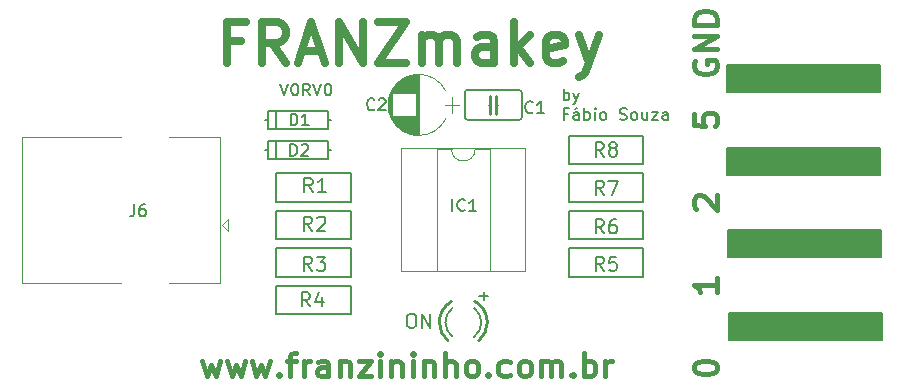
<source format=gto>
G04 #@! TF.GenerationSoftware,KiCad,Pcbnew,(5.0.0)*
G04 #@! TF.CreationDate,2018-09-25T23:14:14-03:00*
G04 #@! TF.ProjectId,FranzMakeyDIY,4672616E7A4D616B65794449592E6B69,rev?*
G04 #@! TF.SameCoordinates,Original*
G04 #@! TF.FileFunction,Legend,Top*
G04 #@! TF.FilePolarity,Positive*
%FSLAX46Y46*%
G04 Gerber Fmt 4.6, Leading zero omitted, Abs format (unit mm)*
G04 Created by KiCad (PCBNEW (5.0.0)) date 09/25/18 23:14:14*
%MOMM*%
%LPD*%
G01*
G04 APERTURE LIST*
%ADD10C,0.150000*%
%ADD11C,0.700000*%
%ADD12C,0.152400*%
%ADD13C,0.400000*%
%ADD14C,0.120000*%
%ADD15C,0.203200*%
%ADD16C,0.254000*%
%ADD17C,0.127000*%
G04 APERTURE END LIST*
D10*
G36*
X174726600Y-93167200D02*
X187680600Y-93167200D01*
X187680600Y-95453200D01*
X174726600Y-95453200D01*
X174726600Y-93167200D01*
G37*
X174726600Y-93167200D02*
X187680600Y-93167200D01*
X187680600Y-95453200D01*
X174726600Y-95453200D01*
X174726600Y-93167200D01*
G36*
X174752000Y-100152200D02*
X187706000Y-100152200D01*
X187706000Y-102438200D01*
X174752000Y-102438200D01*
X174752000Y-100152200D01*
G37*
X174752000Y-100152200D02*
X187706000Y-100152200D01*
X187706000Y-102438200D01*
X174752000Y-102438200D01*
X174752000Y-100152200D01*
G36*
X174802800Y-107137200D02*
X187756800Y-107137200D01*
X187756800Y-109423200D01*
X174802800Y-109423200D01*
X174802800Y-107137200D01*
G37*
X174802800Y-107137200D02*
X187756800Y-107137200D01*
X187756800Y-109423200D01*
X174802800Y-109423200D01*
X174802800Y-107137200D01*
G36*
X174879000Y-114122200D02*
X187833000Y-114122200D01*
X187833000Y-116408200D01*
X174879000Y-116408200D01*
X174879000Y-114122200D01*
G37*
X174879000Y-114122200D02*
X187833000Y-114122200D01*
X187833000Y-116408200D01*
X174879000Y-116408200D01*
X174879000Y-114122200D01*
D11*
X133538333Y-91139200D02*
X132371666Y-91139200D01*
X132371666Y-92972533D02*
X132371666Y-89472533D01*
X134038333Y-89472533D01*
X137371666Y-92972533D02*
X136205000Y-91305866D01*
X135371666Y-92972533D02*
X135371666Y-89472533D01*
X136705000Y-89472533D01*
X137038333Y-89639200D01*
X137205000Y-89805866D01*
X137371666Y-90139200D01*
X137371666Y-90639200D01*
X137205000Y-90972533D01*
X137038333Y-91139200D01*
X136705000Y-91305866D01*
X135371666Y-91305866D01*
X138705000Y-91972533D02*
X140371666Y-91972533D01*
X138371666Y-92972533D02*
X139538333Y-89472533D01*
X140705000Y-92972533D01*
X141871666Y-92972533D02*
X141871666Y-89472533D01*
X143871666Y-92972533D01*
X143871666Y-89472533D01*
X145205000Y-89472533D02*
X147538333Y-89472533D01*
X145205000Y-92972533D01*
X147538333Y-92972533D01*
X148871666Y-92972533D02*
X148871666Y-90639200D01*
X148871666Y-90972533D02*
X149038333Y-90805866D01*
X149371666Y-90639200D01*
X149871666Y-90639200D01*
X150205000Y-90805866D01*
X150371666Y-91139200D01*
X150371666Y-92972533D01*
X150371666Y-91139200D02*
X150538333Y-90805866D01*
X150871666Y-90639200D01*
X151371666Y-90639200D01*
X151705000Y-90805866D01*
X151871666Y-91139200D01*
X151871666Y-92972533D01*
X155038333Y-92972533D02*
X155038333Y-91139200D01*
X154871666Y-90805866D01*
X154538333Y-90639200D01*
X153871666Y-90639200D01*
X153538333Y-90805866D01*
X155038333Y-92805866D02*
X154705000Y-92972533D01*
X153871666Y-92972533D01*
X153538333Y-92805866D01*
X153371666Y-92472533D01*
X153371666Y-92139200D01*
X153538333Y-91805866D01*
X153871666Y-91639200D01*
X154705000Y-91639200D01*
X155038333Y-91472533D01*
X156705000Y-92972533D02*
X156705000Y-89472533D01*
X157038333Y-91639200D02*
X158038333Y-92972533D01*
X158038333Y-90639200D02*
X156705000Y-91972533D01*
X160871666Y-92805866D02*
X160538333Y-92972533D01*
X159871666Y-92972533D01*
X159538333Y-92805866D01*
X159371666Y-92472533D01*
X159371666Y-91139200D01*
X159538333Y-90805866D01*
X159871666Y-90639200D01*
X160538333Y-90639200D01*
X160871666Y-90805866D01*
X161038333Y-91139200D01*
X161038333Y-91472533D01*
X159371666Y-91805866D01*
X162205000Y-90639200D02*
X163038333Y-92972533D01*
X163871666Y-90639200D02*
X163038333Y-92972533D01*
X162705000Y-93805866D01*
X162538333Y-93972533D01*
X162205000Y-94139200D01*
D12*
X160890555Y-96139380D02*
X160890555Y-95139380D01*
X160890555Y-95520333D02*
X160985793Y-95472714D01*
X161176269Y-95472714D01*
X161271507Y-95520333D01*
X161319126Y-95567952D01*
X161366745Y-95663190D01*
X161366745Y-95948904D01*
X161319126Y-96044142D01*
X161271507Y-96091761D01*
X161176269Y-96139380D01*
X160985793Y-96139380D01*
X160890555Y-96091761D01*
X161700079Y-95472714D02*
X161938174Y-96139380D01*
X162176269Y-95472714D02*
X161938174Y-96139380D01*
X161842936Y-96377476D01*
X161795317Y-96425095D01*
X161700079Y-96472714D01*
X161223888Y-97267971D02*
X160890555Y-97267971D01*
X160890555Y-97791780D02*
X160890555Y-96791780D01*
X161366745Y-96791780D01*
X162176269Y-97791780D02*
X162176269Y-97267971D01*
X162128650Y-97172733D01*
X162033412Y-97125114D01*
X161842936Y-97125114D01*
X161747698Y-97172733D01*
X162176269Y-97744161D02*
X162081031Y-97791780D01*
X161842936Y-97791780D01*
X161747698Y-97744161D01*
X161700079Y-97648923D01*
X161700079Y-97553685D01*
X161747698Y-97458447D01*
X161842936Y-97410828D01*
X162081031Y-97410828D01*
X162176269Y-97363209D01*
X162033412Y-96744161D02*
X161890555Y-96887019D01*
X162652460Y-97791780D02*
X162652460Y-96791780D01*
X162652460Y-97172733D02*
X162747698Y-97125114D01*
X162938174Y-97125114D01*
X163033412Y-97172733D01*
X163081031Y-97220352D01*
X163128650Y-97315590D01*
X163128650Y-97601304D01*
X163081031Y-97696542D01*
X163033412Y-97744161D01*
X162938174Y-97791780D01*
X162747698Y-97791780D01*
X162652460Y-97744161D01*
X163557221Y-97791780D02*
X163557221Y-97125114D01*
X163557221Y-96791780D02*
X163509602Y-96839400D01*
X163557221Y-96887019D01*
X163604840Y-96839400D01*
X163557221Y-96791780D01*
X163557221Y-96887019D01*
X164176269Y-97791780D02*
X164081031Y-97744161D01*
X164033412Y-97696542D01*
X163985793Y-97601304D01*
X163985793Y-97315590D01*
X164033412Y-97220352D01*
X164081031Y-97172733D01*
X164176269Y-97125114D01*
X164319126Y-97125114D01*
X164414364Y-97172733D01*
X164461983Y-97220352D01*
X164509602Y-97315590D01*
X164509602Y-97601304D01*
X164461983Y-97696542D01*
X164414364Y-97744161D01*
X164319126Y-97791780D01*
X164176269Y-97791780D01*
X165652460Y-97744161D02*
X165795317Y-97791780D01*
X166033412Y-97791780D01*
X166128650Y-97744161D01*
X166176269Y-97696542D01*
X166223888Y-97601304D01*
X166223888Y-97506066D01*
X166176269Y-97410828D01*
X166128650Y-97363209D01*
X166033412Y-97315590D01*
X165842936Y-97267971D01*
X165747698Y-97220352D01*
X165700079Y-97172733D01*
X165652460Y-97077495D01*
X165652460Y-96982257D01*
X165700079Y-96887019D01*
X165747698Y-96839400D01*
X165842936Y-96791780D01*
X166081031Y-96791780D01*
X166223888Y-96839400D01*
X166795317Y-97791780D02*
X166700079Y-97744161D01*
X166652460Y-97696542D01*
X166604840Y-97601304D01*
X166604840Y-97315590D01*
X166652460Y-97220352D01*
X166700079Y-97172733D01*
X166795317Y-97125114D01*
X166938174Y-97125114D01*
X167033412Y-97172733D01*
X167081031Y-97220352D01*
X167128650Y-97315590D01*
X167128650Y-97601304D01*
X167081031Y-97696542D01*
X167033412Y-97744161D01*
X166938174Y-97791780D01*
X166795317Y-97791780D01*
X167985793Y-97125114D02*
X167985793Y-97791780D01*
X167557221Y-97125114D02*
X167557221Y-97648923D01*
X167604840Y-97744161D01*
X167700079Y-97791780D01*
X167842936Y-97791780D01*
X167938174Y-97744161D01*
X167985793Y-97696542D01*
X168366745Y-97125114D02*
X168890555Y-97125114D01*
X168366745Y-97791780D01*
X168890555Y-97791780D01*
X169700079Y-97791780D02*
X169700079Y-97267971D01*
X169652460Y-97172733D01*
X169557221Y-97125114D01*
X169366745Y-97125114D01*
X169271507Y-97172733D01*
X169700079Y-97744161D02*
X169604840Y-97791780D01*
X169366745Y-97791780D01*
X169271507Y-97744161D01*
X169223888Y-97648923D01*
X169223888Y-97553685D01*
X169271507Y-97458447D01*
X169366745Y-97410828D01*
X169604840Y-97410828D01*
X169700079Y-97363209D01*
X136897098Y-94710380D02*
X137230431Y-95710380D01*
X137563764Y-94710380D01*
X138087574Y-94710380D02*
X138182812Y-94710380D01*
X138278050Y-94758000D01*
X138325669Y-94805619D01*
X138373288Y-94900857D01*
X138420907Y-95091333D01*
X138420907Y-95329428D01*
X138373288Y-95519904D01*
X138325669Y-95615142D01*
X138278050Y-95662761D01*
X138182812Y-95710380D01*
X138087574Y-95710380D01*
X137992336Y-95662761D01*
X137944717Y-95615142D01*
X137897098Y-95519904D01*
X137849479Y-95329428D01*
X137849479Y-95091333D01*
X137897098Y-94900857D01*
X137944717Y-94805619D01*
X137992336Y-94758000D01*
X138087574Y-94710380D01*
X139420907Y-95710380D02*
X139087574Y-95234190D01*
X138849479Y-95710380D02*
X138849479Y-94710380D01*
X139230431Y-94710380D01*
X139325669Y-94758000D01*
X139373288Y-94805619D01*
X139420907Y-94900857D01*
X139420907Y-95043714D01*
X139373288Y-95138952D01*
X139325669Y-95186571D01*
X139230431Y-95234190D01*
X138849479Y-95234190D01*
X139706621Y-94710380D02*
X140039955Y-95710380D01*
X140373288Y-94710380D01*
X140897098Y-94710380D02*
X140992336Y-94710380D01*
X141087574Y-94758000D01*
X141135193Y-94805619D01*
X141182812Y-94900857D01*
X141230431Y-95091333D01*
X141230431Y-95329428D01*
X141182812Y-95519904D01*
X141135193Y-95615142D01*
X141087574Y-95662761D01*
X140992336Y-95710380D01*
X140897098Y-95710380D01*
X140801860Y-95662761D01*
X140754240Y-95615142D01*
X140706621Y-95519904D01*
X140659002Y-95329428D01*
X140659002Y-95091333D01*
X140706621Y-94900857D01*
X140754240Y-94805619D01*
X140801860Y-94758000D01*
X140897098Y-94710380D01*
D13*
X130314314Y-118173428D02*
X130695266Y-119506761D01*
X131076219Y-118554380D01*
X131457171Y-119506761D01*
X131838123Y-118173428D01*
X132409552Y-118173428D02*
X132790504Y-119506761D01*
X133171457Y-118554380D01*
X133552409Y-119506761D01*
X133933361Y-118173428D01*
X134504790Y-118173428D02*
X134885742Y-119506761D01*
X135266695Y-118554380D01*
X135647647Y-119506761D01*
X136028600Y-118173428D01*
X136790504Y-119316285D02*
X136885742Y-119411523D01*
X136790504Y-119506761D01*
X136695266Y-119411523D01*
X136790504Y-119316285D01*
X136790504Y-119506761D01*
X137457171Y-118173428D02*
X138219076Y-118173428D01*
X137742885Y-119506761D02*
X137742885Y-117792476D01*
X137838123Y-117602000D01*
X138028600Y-117506761D01*
X138219076Y-117506761D01*
X138885742Y-119506761D02*
X138885742Y-118173428D01*
X138885742Y-118554380D02*
X138980980Y-118363904D01*
X139076219Y-118268666D01*
X139266695Y-118173428D01*
X139457171Y-118173428D01*
X140980980Y-119506761D02*
X140980980Y-118459142D01*
X140885742Y-118268666D01*
X140695266Y-118173428D01*
X140314314Y-118173428D01*
X140123838Y-118268666D01*
X140980980Y-119411523D02*
X140790504Y-119506761D01*
X140314314Y-119506761D01*
X140123838Y-119411523D01*
X140028600Y-119221047D01*
X140028600Y-119030571D01*
X140123838Y-118840095D01*
X140314314Y-118744857D01*
X140790504Y-118744857D01*
X140980980Y-118649619D01*
X141933361Y-118173428D02*
X141933361Y-119506761D01*
X141933361Y-118363904D02*
X142028600Y-118268666D01*
X142219076Y-118173428D01*
X142504790Y-118173428D01*
X142695266Y-118268666D01*
X142790504Y-118459142D01*
X142790504Y-119506761D01*
X143552409Y-118173428D02*
X144600028Y-118173428D01*
X143552409Y-119506761D01*
X144600028Y-119506761D01*
X145361933Y-119506761D02*
X145361933Y-118173428D01*
X145361933Y-117506761D02*
X145266695Y-117602000D01*
X145361933Y-117697238D01*
X145457171Y-117602000D01*
X145361933Y-117506761D01*
X145361933Y-117697238D01*
X146314314Y-118173428D02*
X146314314Y-119506761D01*
X146314314Y-118363904D02*
X146409552Y-118268666D01*
X146600028Y-118173428D01*
X146885742Y-118173428D01*
X147076219Y-118268666D01*
X147171457Y-118459142D01*
X147171457Y-119506761D01*
X148123838Y-119506761D02*
X148123838Y-118173428D01*
X148123838Y-117506761D02*
X148028600Y-117602000D01*
X148123838Y-117697238D01*
X148219076Y-117602000D01*
X148123838Y-117506761D01*
X148123838Y-117697238D01*
X149076219Y-118173428D02*
X149076219Y-119506761D01*
X149076219Y-118363904D02*
X149171457Y-118268666D01*
X149361933Y-118173428D01*
X149647647Y-118173428D01*
X149838123Y-118268666D01*
X149933361Y-118459142D01*
X149933361Y-119506761D01*
X150885742Y-119506761D02*
X150885742Y-117506761D01*
X151742885Y-119506761D02*
X151742885Y-118459142D01*
X151647647Y-118268666D01*
X151457171Y-118173428D01*
X151171457Y-118173428D01*
X150980980Y-118268666D01*
X150885742Y-118363904D01*
X152980980Y-119506761D02*
X152790504Y-119411523D01*
X152695266Y-119316285D01*
X152600028Y-119125809D01*
X152600028Y-118554380D01*
X152695266Y-118363904D01*
X152790504Y-118268666D01*
X152980980Y-118173428D01*
X153266695Y-118173428D01*
X153457171Y-118268666D01*
X153552409Y-118363904D01*
X153647647Y-118554380D01*
X153647647Y-119125809D01*
X153552409Y-119316285D01*
X153457171Y-119411523D01*
X153266695Y-119506761D01*
X152980980Y-119506761D01*
X154504790Y-119316285D02*
X154600028Y-119411523D01*
X154504790Y-119506761D01*
X154409552Y-119411523D01*
X154504790Y-119316285D01*
X154504790Y-119506761D01*
X156314314Y-119411523D02*
X156123838Y-119506761D01*
X155742885Y-119506761D01*
X155552409Y-119411523D01*
X155457171Y-119316285D01*
X155361933Y-119125809D01*
X155361933Y-118554380D01*
X155457171Y-118363904D01*
X155552409Y-118268666D01*
X155742885Y-118173428D01*
X156123838Y-118173428D01*
X156314314Y-118268666D01*
X157457171Y-119506761D02*
X157266695Y-119411523D01*
X157171457Y-119316285D01*
X157076219Y-119125809D01*
X157076219Y-118554380D01*
X157171457Y-118363904D01*
X157266695Y-118268666D01*
X157457171Y-118173428D01*
X157742885Y-118173428D01*
X157933361Y-118268666D01*
X158028600Y-118363904D01*
X158123838Y-118554380D01*
X158123838Y-119125809D01*
X158028600Y-119316285D01*
X157933361Y-119411523D01*
X157742885Y-119506761D01*
X157457171Y-119506761D01*
X158980980Y-119506761D02*
X158980980Y-118173428D01*
X158980980Y-118363904D02*
X159076219Y-118268666D01*
X159266695Y-118173428D01*
X159552409Y-118173428D01*
X159742885Y-118268666D01*
X159838123Y-118459142D01*
X159838123Y-119506761D01*
X159838123Y-118459142D02*
X159933361Y-118268666D01*
X160123838Y-118173428D01*
X160409552Y-118173428D01*
X160600028Y-118268666D01*
X160695266Y-118459142D01*
X160695266Y-119506761D01*
X161647647Y-119316285D02*
X161742885Y-119411523D01*
X161647647Y-119506761D01*
X161552409Y-119411523D01*
X161647647Y-119316285D01*
X161647647Y-119506761D01*
X162600028Y-119506761D02*
X162600028Y-117506761D01*
X162600028Y-118268666D02*
X162790504Y-118173428D01*
X163171457Y-118173428D01*
X163361933Y-118268666D01*
X163457171Y-118363904D01*
X163552409Y-118554380D01*
X163552409Y-119125809D01*
X163457171Y-119316285D01*
X163361933Y-119411523D01*
X163171457Y-119506761D01*
X162790504Y-119506761D01*
X162600028Y-119411523D01*
X164409552Y-119506761D02*
X164409552Y-118173428D01*
X164409552Y-118554380D02*
X164504790Y-118363904D01*
X164600028Y-118268666D01*
X164790504Y-118173428D01*
X164980980Y-118173428D01*
D14*
G04 #@! TO.C,IC1*
X157650000Y-100210000D02*
X147150000Y-100210000D01*
X157650000Y-110610000D02*
X157650000Y-100210000D01*
X147150000Y-110610000D02*
X157650000Y-110610000D01*
X147150000Y-100210000D02*
X147150000Y-110610000D01*
X154650000Y-100270000D02*
X153400000Y-100270000D01*
X154650000Y-110550000D02*
X154650000Y-100270000D01*
X150150000Y-110550000D02*
X154650000Y-110550000D01*
X150150000Y-100270000D02*
X150150000Y-110550000D01*
X151400000Y-100270000D02*
X150150000Y-100270000D01*
X153400000Y-100270000D02*
G75*
G02X151400000Y-100270000I-1000000J0D01*
G01*
D15*
G04 #@! TO.C,D2*
X136525000Y-100965000D02*
X136525000Y-99695000D01*
X140970000Y-100330000D02*
X141224000Y-100330000D01*
X135890000Y-100330000D02*
X135636000Y-100330000D01*
X140970000Y-100330000D02*
X140970000Y-101092000D01*
X140970000Y-99568000D02*
X140970000Y-100330000D01*
X135890000Y-99568000D02*
X140970000Y-99568000D01*
X135890000Y-100330000D02*
X135890000Y-99568000D01*
X135890000Y-101092000D02*
X135890000Y-100330000D01*
X140970000Y-101092000D02*
X135890000Y-101092000D01*
G04 #@! TO.C,D1*
X136525000Y-98425000D02*
X136525000Y-97155000D01*
X140970000Y-97790000D02*
X141224000Y-97790000D01*
X135890000Y-97790000D02*
X135636000Y-97790000D01*
X140970000Y-97790000D02*
X140970000Y-98552000D01*
X140970000Y-97028000D02*
X140970000Y-97790000D01*
X135890000Y-97028000D02*
X140970000Y-97028000D01*
X135890000Y-97790000D02*
X135890000Y-97028000D01*
X135890000Y-98552000D02*
X135890000Y-97790000D01*
X140970000Y-98552000D02*
X135890000Y-98552000D01*
D12*
G04 #@! TO.C,C1*
X154686000Y-96520000D02*
X154559000Y-96520000D01*
D16*
X154686000Y-96520000D02*
X154686000Y-97282000D01*
X154686000Y-95758000D02*
X154686000Y-96520000D01*
X155194000Y-96520000D02*
X155194000Y-97282000D01*
X155194000Y-96520000D02*
X155194000Y-95758000D01*
D12*
X155321000Y-96520000D02*
X155194000Y-96520000D01*
X152781000Y-97790000D02*
G75*
G02X152527000Y-97536000I0J254000D01*
G01*
X157353000Y-97536000D02*
G75*
G02X157099000Y-97790000I-254000J0D01*
G01*
X152781000Y-95250000D02*
G75*
G03X152527000Y-95504000I0J-254000D01*
G01*
X157353000Y-95504000D02*
G75*
G03X157099000Y-95250000I-254000J0D01*
G01*
X152527000Y-95504000D02*
X152527000Y-97536000D01*
X157353000Y-95504000D02*
X157353000Y-97536000D01*
X157099000Y-97790000D02*
X152781000Y-97790000D01*
X152781000Y-95250000D02*
X157099000Y-95250000D01*
D15*
G04 #@! TO.C,R1*
X142850000Y-104705000D02*
X136550000Y-104705000D01*
X142850000Y-102305000D02*
X142850000Y-104705000D01*
X136550000Y-102305000D02*
X142850000Y-102305000D01*
X136550000Y-104705000D02*
X136550000Y-102305000D01*
G04 #@! TO.C,R2*
X142850000Y-107880000D02*
X136550000Y-107880000D01*
X142850000Y-105480000D02*
X142850000Y-107880000D01*
X136550000Y-105480000D02*
X142850000Y-105480000D01*
X136550000Y-107880000D02*
X136550000Y-105480000D01*
G04 #@! TO.C,R3*
X136550000Y-108655000D02*
X142850000Y-108655000D01*
X136550000Y-111055000D02*
X136550000Y-108655000D01*
X142850000Y-111055000D02*
X136550000Y-111055000D01*
X142850000Y-108655000D02*
X142850000Y-111055000D01*
G04 #@! TO.C,R5*
X161315000Y-108655000D02*
X167615000Y-108655000D01*
X161315000Y-111055000D02*
X161315000Y-108655000D01*
X167615000Y-111055000D02*
X161315000Y-111055000D01*
X167615000Y-108655000D02*
X167615000Y-111055000D01*
G04 #@! TO.C,R4*
X142850000Y-114230000D02*
X136550000Y-114230000D01*
X142850000Y-111830000D02*
X142850000Y-114230000D01*
X136550000Y-111830000D02*
X142850000Y-111830000D01*
X136550000Y-114230000D02*
X136550000Y-111830000D01*
D12*
G04 #@! TO.C,ON*
X153285801Y-116175100D02*
G75*
G03X153924000Y-114935000I-885801J1240134D01*
G01*
X153924000Y-114935000D02*
G75*
G03X153314400Y-113715800I-1524000J0D01*
G01*
X151464400Y-116138000D02*
G75*
G02X150876000Y-114935000I935600J1203008D01*
G01*
X150876000Y-114935000D02*
G75*
G02X151464400Y-113732000I1524000J-8D01*
G01*
D16*
X153700900Y-116496000D02*
G75*
G03X154432000Y-114935000I-1300900J1560988D01*
G01*
X154432000Y-114935000D02*
G75*
G03X153356200Y-113142100I-2032000J-60D01*
G01*
X151087400Y-116486200D02*
G75*
G02X150368000Y-114935000I1312600J1551163D01*
G01*
X150368000Y-114935000D02*
G75*
G02X151391800Y-113170700I2032000J56D01*
G01*
D17*
X154127200Y-112344200D02*
X154127200Y-113080800D01*
X153720800Y-112699800D02*
X154508200Y-112699800D01*
D15*
G04 #@! TO.C,R6*
X167615000Y-105480000D02*
X167615000Y-107880000D01*
X167615000Y-107880000D02*
X161315000Y-107880000D01*
X161315000Y-107880000D02*
X161315000Y-105480000D01*
X161315000Y-105480000D02*
X167615000Y-105480000D01*
G04 #@! TO.C,R7*
X161315000Y-102305000D02*
X167615000Y-102305000D01*
X161315000Y-104705000D02*
X161315000Y-102305000D01*
X167615000Y-104705000D02*
X161315000Y-104705000D01*
X167615000Y-102305000D02*
X167615000Y-104705000D01*
G04 #@! TO.C,R8*
X167615000Y-99130000D02*
X167615000Y-101530000D01*
X167615000Y-101530000D02*
X161315000Y-101530000D01*
X161315000Y-101530000D02*
X161315000Y-99130000D01*
X161315000Y-99130000D02*
X167615000Y-99130000D01*
D14*
G04 #@! TO.C,J6*
X127515000Y-111590000D02*
X131775000Y-111590000D01*
X131775000Y-111590000D02*
X131775000Y-99270000D01*
X131775000Y-99270000D02*
X127515000Y-99270000D01*
X123415000Y-111590000D02*
X115055000Y-111590000D01*
X115055000Y-111590000D02*
X115055000Y-99270000D01*
X115055000Y-99270000D02*
X123415000Y-99270000D01*
X131995000Y-106680000D02*
X132495000Y-107180000D01*
X132495000Y-107180000D02*
X132495000Y-106180000D01*
X132495000Y-106180000D02*
X131995000Y-106680000D01*
G04 #@! TO.C,C2*
X151460000Y-97170000D02*
X151460000Y-95870000D01*
X152060000Y-96520000D02*
X150860000Y-96520000D01*
X146049000Y-96874000D02*
X146049000Y-96166000D01*
X146089000Y-97079000D02*
X146089000Y-95961000D01*
X146129000Y-97227000D02*
X146129000Y-95813000D01*
X146169000Y-97349000D02*
X146169000Y-95691000D01*
X146209000Y-97454000D02*
X146209000Y-95586000D01*
X146249000Y-97548000D02*
X146249000Y-95492000D01*
X146289000Y-97632000D02*
X146289000Y-95408000D01*
X146329000Y-97709000D02*
X146329000Y-95331000D01*
X146369000Y-97781000D02*
X146369000Y-95259000D01*
X146409000Y-95540000D02*
X146409000Y-95193000D01*
X146409000Y-97847000D02*
X146409000Y-97500000D01*
X146449000Y-95540000D02*
X146449000Y-95130000D01*
X146449000Y-97910000D02*
X146449000Y-97500000D01*
X146489000Y-95540000D02*
X146489000Y-95072000D01*
X146489000Y-97968000D02*
X146489000Y-97500000D01*
X146529000Y-95540000D02*
X146529000Y-95016000D01*
X146529000Y-98024000D02*
X146529000Y-97500000D01*
X146569000Y-95540000D02*
X146569000Y-94964000D01*
X146569000Y-98076000D02*
X146569000Y-97500000D01*
X146609000Y-95540000D02*
X146609000Y-94914000D01*
X146609000Y-98126000D02*
X146609000Y-97500000D01*
X146649000Y-95540000D02*
X146649000Y-94866000D01*
X146649000Y-98174000D02*
X146649000Y-97500000D01*
X146689000Y-95540000D02*
X146689000Y-94821000D01*
X146689000Y-98219000D02*
X146689000Y-97500000D01*
X146729000Y-95540000D02*
X146729000Y-94778000D01*
X146729000Y-98262000D02*
X146729000Y-97500000D01*
X146769000Y-95540000D02*
X146769000Y-94737000D01*
X146769000Y-98303000D02*
X146769000Y-97500000D01*
X146809000Y-95540000D02*
X146809000Y-94697000D01*
X146809000Y-98343000D02*
X146809000Y-97500000D01*
X146849000Y-95540000D02*
X146849000Y-94659000D01*
X146849000Y-98381000D02*
X146849000Y-97500000D01*
X146889000Y-95540000D02*
X146889000Y-94623000D01*
X146889000Y-98417000D02*
X146889000Y-97500000D01*
X146929000Y-95540000D02*
X146929000Y-94588000D01*
X146929000Y-98452000D02*
X146929000Y-97500000D01*
X146969000Y-95540000D02*
X146969000Y-94555000D01*
X146969000Y-98485000D02*
X146969000Y-97500000D01*
X147009000Y-95540000D02*
X147009000Y-94523000D01*
X147009000Y-98517000D02*
X147009000Y-97500000D01*
X147049000Y-95540000D02*
X147049000Y-94492000D01*
X147049000Y-98548000D02*
X147049000Y-97500000D01*
X147089000Y-95540000D02*
X147089000Y-94462000D01*
X147089000Y-98578000D02*
X147089000Y-97500000D01*
X147129000Y-95540000D02*
X147129000Y-94434000D01*
X147129000Y-98606000D02*
X147129000Y-97500000D01*
X147169000Y-95540000D02*
X147169000Y-94407000D01*
X147169000Y-98633000D02*
X147169000Y-97500000D01*
X147209000Y-95540000D02*
X147209000Y-94380000D01*
X147209000Y-98660000D02*
X147209000Y-97500000D01*
X147249000Y-95540000D02*
X147249000Y-94355000D01*
X147249000Y-98685000D02*
X147249000Y-97500000D01*
X147289000Y-95540000D02*
X147289000Y-94331000D01*
X147289000Y-98709000D02*
X147289000Y-97500000D01*
X147329000Y-95540000D02*
X147329000Y-94308000D01*
X147329000Y-98732000D02*
X147329000Y-97500000D01*
X147369000Y-95540000D02*
X147369000Y-94286000D01*
X147369000Y-98754000D02*
X147369000Y-97500000D01*
X147409000Y-95540000D02*
X147409000Y-94264000D01*
X147409000Y-98776000D02*
X147409000Y-97500000D01*
X147449000Y-95540000D02*
X147449000Y-94244000D01*
X147449000Y-98796000D02*
X147449000Y-97500000D01*
X147489000Y-95540000D02*
X147489000Y-94224000D01*
X147489000Y-98816000D02*
X147489000Y-97500000D01*
X147529000Y-95540000D02*
X147529000Y-94205000D01*
X147529000Y-98835000D02*
X147529000Y-97500000D01*
X147569000Y-95540000D02*
X147569000Y-94187000D01*
X147569000Y-98853000D02*
X147569000Y-97500000D01*
X147609000Y-95540000D02*
X147609000Y-94170000D01*
X147609000Y-98870000D02*
X147609000Y-97500000D01*
X147649000Y-95540000D02*
X147649000Y-94154000D01*
X147649000Y-98886000D02*
X147649000Y-97500000D01*
X147689000Y-95540000D02*
X147689000Y-94138000D01*
X147689000Y-98902000D02*
X147689000Y-97500000D01*
X147729000Y-95540000D02*
X147729000Y-94124000D01*
X147729000Y-98916000D02*
X147729000Y-97500000D01*
X147769000Y-95540000D02*
X147769000Y-94110000D01*
X147769000Y-98930000D02*
X147769000Y-97500000D01*
X147809000Y-95540000D02*
X147809000Y-94096000D01*
X147809000Y-98944000D02*
X147809000Y-97500000D01*
X147849000Y-95540000D02*
X147849000Y-94084000D01*
X147849000Y-98956000D02*
X147849000Y-97500000D01*
X147889000Y-95540000D02*
X147889000Y-94072000D01*
X147889000Y-98968000D02*
X147889000Y-97500000D01*
X147930000Y-95540000D02*
X147930000Y-94060000D01*
X147930000Y-98980000D02*
X147930000Y-97500000D01*
X147970000Y-95540000D02*
X147970000Y-94050000D01*
X147970000Y-98990000D02*
X147970000Y-97500000D01*
X148010000Y-95540000D02*
X148010000Y-94040000D01*
X148010000Y-99000000D02*
X148010000Y-97500000D01*
X148050000Y-95540000D02*
X148050000Y-94031000D01*
X148050000Y-99009000D02*
X148050000Y-97500000D01*
X148090000Y-95540000D02*
X148090000Y-94022000D01*
X148090000Y-99018000D02*
X148090000Y-97500000D01*
X148130000Y-95540000D02*
X148130000Y-94014000D01*
X148130000Y-99026000D02*
X148130000Y-97500000D01*
X148170000Y-95540000D02*
X148170000Y-94007000D01*
X148170000Y-99033000D02*
X148170000Y-97500000D01*
X148210000Y-95540000D02*
X148210000Y-94001000D01*
X148210000Y-99039000D02*
X148210000Y-97500000D01*
X148250000Y-95540000D02*
X148250000Y-93995000D01*
X148250000Y-99045000D02*
X148250000Y-97500000D01*
X148290000Y-95540000D02*
X148290000Y-93989000D01*
X148290000Y-99051000D02*
X148290000Y-97500000D01*
X148330000Y-95540000D02*
X148330000Y-93985000D01*
X148330000Y-99055000D02*
X148330000Y-97500000D01*
X148370000Y-99059000D02*
X148370000Y-93981000D01*
X148410000Y-99063000D02*
X148410000Y-93977000D01*
X148450000Y-99066000D02*
X148450000Y-93974000D01*
X148490000Y-99068000D02*
X148490000Y-93972000D01*
X148530000Y-99069000D02*
X148530000Y-93971000D01*
X148570000Y-99070000D02*
X148570000Y-93970000D01*
X148610000Y-99070000D02*
X148610000Y-93970000D01*
X146304278Y-95340277D02*
G75*
G03X146304420Y-97700000I2305722J-1179723D01*
G01*
X146304278Y-95340277D02*
G75*
G02X150915580Y-95340000I2305722J-1179723D01*
G01*
X146304278Y-97699723D02*
G75*
G03X150915580Y-97700000I2305722J1179723D01*
G01*
G04 #@! TO.C,IC1*
D10*
X151474609Y-105506780D02*
X151474609Y-104506780D01*
X152522228Y-105411542D02*
X152474609Y-105459161D01*
X152331752Y-105506780D01*
X152236514Y-105506780D01*
X152093657Y-105459161D01*
X151998419Y-105363923D01*
X151950800Y-105268685D01*
X151903180Y-105078209D01*
X151903180Y-104935352D01*
X151950800Y-104744876D01*
X151998419Y-104649638D01*
X152093657Y-104554400D01*
X152236514Y-104506780D01*
X152331752Y-104506780D01*
X152474609Y-104554400D01*
X152522228Y-104602019D01*
X153474609Y-105506780D02*
X152903180Y-105506780D01*
X153188895Y-105506780D02*
X153188895Y-104506780D01*
X153093657Y-104649638D01*
X152998419Y-104744876D01*
X152903180Y-104792495D01*
G04 #@! TO.C,D2*
D12*
X137759654Y-100840680D02*
X137759654Y-99840680D01*
X137997749Y-99840680D01*
X138140606Y-99888300D01*
X138235844Y-99983538D01*
X138283463Y-100078776D01*
X138331082Y-100269252D01*
X138331082Y-100412109D01*
X138283463Y-100602585D01*
X138235844Y-100697823D01*
X138140606Y-100793061D01*
X137997749Y-100840680D01*
X137759654Y-100840680D01*
X138712035Y-99935919D02*
X138759654Y-99888300D01*
X138854892Y-99840680D01*
X139092987Y-99840680D01*
X139188225Y-99888300D01*
X139235844Y-99935919D01*
X139283463Y-100031157D01*
X139283463Y-100126395D01*
X139235844Y-100269252D01*
X138664416Y-100840680D01*
X139283463Y-100840680D01*
G04 #@! TO.C,D1*
X137785054Y-98259780D02*
X137785054Y-97259780D01*
X138023149Y-97259780D01*
X138166006Y-97307400D01*
X138261244Y-97402638D01*
X138308863Y-97497876D01*
X138356482Y-97688352D01*
X138356482Y-97831209D01*
X138308863Y-98021685D01*
X138261244Y-98116923D01*
X138166006Y-98212161D01*
X138023149Y-98259780D01*
X137785054Y-98259780D01*
X139308863Y-98259780D02*
X138737435Y-98259780D01*
X139023149Y-98259780D02*
X139023149Y-97259780D01*
X138927911Y-97402638D01*
X138832673Y-97497876D01*
X138737435Y-97545495D01*
G04 #@! TO.C,C1*
X158270082Y-97123142D02*
X158222463Y-97170761D01*
X158079606Y-97218380D01*
X157984368Y-97218380D01*
X157841511Y-97170761D01*
X157746273Y-97075523D01*
X157698654Y-96980285D01*
X157651035Y-96789809D01*
X157651035Y-96646952D01*
X157698654Y-96456476D01*
X157746273Y-96361238D01*
X157841511Y-96266000D01*
X157984368Y-96218380D01*
X158079606Y-96218380D01*
X158222463Y-96266000D01*
X158270082Y-96313619D01*
X159222463Y-97218380D02*
X158651035Y-97218380D01*
X158936749Y-97218380D02*
X158936749Y-96218380D01*
X158841511Y-96361238D01*
X158746273Y-96456476D01*
X158651035Y-96504095D01*
G04 #@! TO.C,R1*
X139636138Y-103913757D02*
X139236138Y-103342328D01*
X138950424Y-103913757D02*
X138950424Y-102713757D01*
X139407567Y-102713757D01*
X139521852Y-102770900D01*
X139578995Y-102828042D01*
X139636138Y-102942328D01*
X139636138Y-103113757D01*
X139578995Y-103228042D01*
X139521852Y-103285185D01*
X139407567Y-103342328D01*
X138950424Y-103342328D01*
X140778995Y-103913757D02*
X140093281Y-103913757D01*
X140436138Y-103913757D02*
X140436138Y-102713757D01*
X140321852Y-102885185D01*
X140207567Y-102999471D01*
X140093281Y-103056614D01*
G04 #@! TO.C,R2*
X139573638Y-107171757D02*
X139173638Y-106600328D01*
X138887924Y-107171757D02*
X138887924Y-105971757D01*
X139345067Y-105971757D01*
X139459352Y-106028900D01*
X139516495Y-106086042D01*
X139573638Y-106200328D01*
X139573638Y-106371757D01*
X139516495Y-106486042D01*
X139459352Y-106543185D01*
X139345067Y-106600328D01*
X138887924Y-106600328D01*
X140030781Y-106086042D02*
X140087924Y-106028900D01*
X140202210Y-105971757D01*
X140487924Y-105971757D01*
X140602210Y-106028900D01*
X140659352Y-106086042D01*
X140716495Y-106200328D01*
X140716495Y-106314614D01*
X140659352Y-106486042D01*
X139973638Y-107171757D01*
X140716495Y-107171757D01*
G04 #@! TO.C,R3*
X139573638Y-110559857D02*
X139173638Y-109988428D01*
X138887924Y-110559857D02*
X138887924Y-109359857D01*
X139345067Y-109359857D01*
X139459352Y-109417000D01*
X139516495Y-109474142D01*
X139573638Y-109588428D01*
X139573638Y-109759857D01*
X139516495Y-109874142D01*
X139459352Y-109931285D01*
X139345067Y-109988428D01*
X138887924Y-109988428D01*
X139973638Y-109359857D02*
X140716495Y-109359857D01*
X140316495Y-109817000D01*
X140487924Y-109817000D01*
X140602210Y-109874142D01*
X140659352Y-109931285D01*
X140716495Y-110045571D01*
X140716495Y-110331285D01*
X140659352Y-110445571D01*
X140602210Y-110502714D01*
X140487924Y-110559857D01*
X140145067Y-110559857D01*
X140030781Y-110502714D01*
X139973638Y-110445571D01*
G04 #@! TO.C,R5*
X164279511Y-110578007D02*
X163879511Y-110006578D01*
X163593797Y-110578007D02*
X163593797Y-109378007D01*
X164050940Y-109378007D01*
X164165225Y-109435150D01*
X164222368Y-109492292D01*
X164279511Y-109606578D01*
X164279511Y-109778007D01*
X164222368Y-109892292D01*
X164165225Y-109949435D01*
X164050940Y-110006578D01*
X163593797Y-110006578D01*
X165365225Y-109378007D02*
X164793797Y-109378007D01*
X164736654Y-109949435D01*
X164793797Y-109892292D01*
X164908082Y-109835150D01*
X165193797Y-109835150D01*
X165308082Y-109892292D01*
X165365225Y-109949435D01*
X165422368Y-110063721D01*
X165422368Y-110349435D01*
X165365225Y-110463721D01*
X165308082Y-110520864D01*
X165193797Y-110578007D01*
X164908082Y-110578007D01*
X164793797Y-110520864D01*
X164736654Y-110463721D01*
G04 #@! TO.C,R4*
X139423311Y-113588657D02*
X139023311Y-113017228D01*
X138737597Y-113588657D02*
X138737597Y-112388657D01*
X139194740Y-112388657D01*
X139309025Y-112445800D01*
X139366168Y-112502942D01*
X139423311Y-112617228D01*
X139423311Y-112788657D01*
X139366168Y-112902942D01*
X139309025Y-112960085D01*
X139194740Y-113017228D01*
X138737597Y-113017228D01*
X140451882Y-112788657D02*
X140451882Y-113588657D01*
X140166168Y-112331514D02*
X139880454Y-113188657D01*
X140623311Y-113188657D01*
G04 #@! TO.C,ON*
X147900940Y-114192857D02*
X148129511Y-114192857D01*
X148243797Y-114250000D01*
X148358082Y-114364285D01*
X148415225Y-114592857D01*
X148415225Y-114992857D01*
X148358082Y-115221428D01*
X148243797Y-115335714D01*
X148129511Y-115392857D01*
X147900940Y-115392857D01*
X147786654Y-115335714D01*
X147672368Y-115221428D01*
X147615225Y-114992857D01*
X147615225Y-114592857D01*
X147672368Y-114364285D01*
X147786654Y-114250000D01*
X147900940Y-114192857D01*
X148929511Y-115392857D02*
X148929511Y-114192857D01*
X149615225Y-115392857D01*
X149615225Y-114192857D01*
G04 #@! TO.C,R6*
X164279511Y-107392857D02*
X163879511Y-106821428D01*
X163593797Y-107392857D02*
X163593797Y-106192857D01*
X164050940Y-106192857D01*
X164165225Y-106250000D01*
X164222368Y-106307142D01*
X164279511Y-106421428D01*
X164279511Y-106592857D01*
X164222368Y-106707142D01*
X164165225Y-106764285D01*
X164050940Y-106821428D01*
X163593797Y-106821428D01*
X165308082Y-106192857D02*
X165079511Y-106192857D01*
X164965225Y-106250000D01*
X164908082Y-106307142D01*
X164793797Y-106478571D01*
X164736654Y-106707142D01*
X164736654Y-107164285D01*
X164793797Y-107278571D01*
X164850940Y-107335714D01*
X164965225Y-107392857D01*
X165193797Y-107392857D01*
X165308082Y-107335714D01*
X165365225Y-107278571D01*
X165422368Y-107164285D01*
X165422368Y-106878571D01*
X165365225Y-106764285D01*
X165308082Y-106707142D01*
X165193797Y-106650000D01*
X164965225Y-106650000D01*
X164850940Y-106707142D01*
X164793797Y-106764285D01*
X164736654Y-106878571D01*
G04 #@! TO.C,R7*
X164279511Y-104142857D02*
X163879511Y-103571428D01*
X163593797Y-104142857D02*
X163593797Y-102942857D01*
X164050940Y-102942857D01*
X164165225Y-103000000D01*
X164222368Y-103057142D01*
X164279511Y-103171428D01*
X164279511Y-103342857D01*
X164222368Y-103457142D01*
X164165225Y-103514285D01*
X164050940Y-103571428D01*
X163593797Y-103571428D01*
X164679511Y-102942857D02*
X165479511Y-102942857D01*
X164965225Y-104142857D01*
G04 #@! TO.C,R8*
X164279511Y-100892857D02*
X163879511Y-100321428D01*
X163593797Y-100892857D02*
X163593797Y-99692857D01*
X164050940Y-99692857D01*
X164165225Y-99750000D01*
X164222368Y-99807142D01*
X164279511Y-99921428D01*
X164279511Y-100092857D01*
X164222368Y-100207142D01*
X164165225Y-100264285D01*
X164050940Y-100321428D01*
X163593797Y-100321428D01*
X164965225Y-100207142D02*
X164850940Y-100150000D01*
X164793797Y-100092857D01*
X164736654Y-99978571D01*
X164736654Y-99921428D01*
X164793797Y-99807142D01*
X164850940Y-99750000D01*
X164965225Y-99692857D01*
X165193797Y-99692857D01*
X165308082Y-99750000D01*
X165365225Y-99807142D01*
X165422368Y-99921428D01*
X165422368Y-99978571D01*
X165365225Y-100092857D01*
X165308082Y-100150000D01*
X165193797Y-100207142D01*
X164965225Y-100207142D01*
X164850940Y-100264285D01*
X164793797Y-100321428D01*
X164736654Y-100435714D01*
X164736654Y-100664285D01*
X164793797Y-100778571D01*
X164850940Y-100835714D01*
X164965225Y-100892857D01*
X165193797Y-100892857D01*
X165308082Y-100835714D01*
X165365225Y-100778571D01*
X165422368Y-100664285D01*
X165422368Y-100435714D01*
X165365225Y-100321428D01*
X165308082Y-100264285D01*
X165193797Y-100207142D01*
G04 #@! TO.C,J6*
D10*
X124533066Y-104938580D02*
X124533066Y-105652866D01*
X124485447Y-105795723D01*
X124390209Y-105890961D01*
X124247352Y-105938580D01*
X124152114Y-105938580D01*
X125437828Y-104938580D02*
X125247352Y-104938580D01*
X125152114Y-104986200D01*
X125104495Y-105033819D01*
X125009257Y-105176676D01*
X124961638Y-105367152D01*
X124961638Y-105748104D01*
X125009257Y-105843342D01*
X125056876Y-105890961D01*
X125152114Y-105938580D01*
X125342590Y-105938580D01*
X125437828Y-105890961D01*
X125485447Y-105843342D01*
X125533066Y-105748104D01*
X125533066Y-105510009D01*
X125485447Y-105414771D01*
X125437828Y-105367152D01*
X125342590Y-105319533D01*
X125152114Y-105319533D01*
X125056876Y-105367152D01*
X125009257Y-105414771D01*
X124961638Y-105510009D01*
G04 #@! TO.C,C2*
X144867333Y-96877142D02*
X144819714Y-96924761D01*
X144676857Y-96972380D01*
X144581619Y-96972380D01*
X144438761Y-96924761D01*
X144343523Y-96829523D01*
X144295904Y-96734285D01*
X144248285Y-96543809D01*
X144248285Y-96400952D01*
X144295904Y-96210476D01*
X144343523Y-96115238D01*
X144438761Y-96020000D01*
X144581619Y-95972380D01*
X144676857Y-95972380D01*
X144819714Y-96020000D01*
X144867333Y-96067619D01*
X145248285Y-96067619D02*
X145295904Y-96020000D01*
X145391142Y-95972380D01*
X145629238Y-95972380D01*
X145724476Y-96020000D01*
X145772095Y-96067619D01*
X145819714Y-96162857D01*
X145819714Y-96258095D01*
X145772095Y-96400952D01*
X145200666Y-96972380D01*
X145819714Y-96972380D01*
G04 #@! TO.C,0*
D13*
X171904761Y-118840238D02*
X171904761Y-118649761D01*
X172000000Y-118459285D01*
X172095238Y-118364047D01*
X172285714Y-118268809D01*
X172666666Y-118173571D01*
X173142857Y-118173571D01*
X173523809Y-118268809D01*
X173714285Y-118364047D01*
X173809523Y-118459285D01*
X173904761Y-118649761D01*
X173904761Y-118840238D01*
X173809523Y-119030714D01*
X173714285Y-119125952D01*
X173523809Y-119221190D01*
X173142857Y-119316428D01*
X172666666Y-119316428D01*
X172285714Y-119221190D01*
X172095238Y-119125952D01*
X172000000Y-119030714D01*
X171904761Y-118840238D01*
G04 #@! TO.C,1*
X173904761Y-111178571D02*
X173904761Y-112321428D01*
X173904761Y-111750000D02*
X171904761Y-111750000D01*
X172190476Y-111940476D01*
X172380952Y-112130952D01*
X172476190Y-112321428D01*
G04 #@! TO.C,2*
X172095238Y-105321428D02*
X172000000Y-105226190D01*
X171904761Y-105035714D01*
X171904761Y-104559523D01*
X172000000Y-104369047D01*
X172095238Y-104273809D01*
X172285714Y-104178571D01*
X172476190Y-104178571D01*
X172761904Y-104273809D01*
X173904761Y-105416666D01*
X173904761Y-104178571D01*
G04 #@! TO.C,5*
X171904761Y-97273809D02*
X171904761Y-98226190D01*
X172857142Y-98321428D01*
X172761904Y-98226190D01*
X172666666Y-98035714D01*
X172666666Y-97559523D01*
X172761904Y-97369047D01*
X172857142Y-97273809D01*
X173047619Y-97178571D01*
X173523809Y-97178571D01*
X173714285Y-97273809D01*
X173809523Y-97369047D01*
X173904761Y-97559523D01*
X173904761Y-98035714D01*
X173809523Y-98226190D01*
X173714285Y-98321428D01*
G04 #@! TO.C,GND*
X172000000Y-92773809D02*
X171904761Y-92964285D01*
X171904761Y-93250000D01*
X172000000Y-93535714D01*
X172190476Y-93726190D01*
X172380952Y-93821428D01*
X172761904Y-93916666D01*
X173047619Y-93916666D01*
X173428571Y-93821428D01*
X173619047Y-93726190D01*
X173809523Y-93535714D01*
X173904761Y-93250000D01*
X173904761Y-93059523D01*
X173809523Y-92773809D01*
X173714285Y-92678571D01*
X173047619Y-92678571D01*
X173047619Y-93059523D01*
X173904761Y-91821428D02*
X171904761Y-91821428D01*
X173904761Y-90678571D01*
X171904761Y-90678571D01*
X173904761Y-89726190D02*
X171904761Y-89726190D01*
X171904761Y-89250000D01*
X172000000Y-88964285D01*
X172190476Y-88773809D01*
X172380952Y-88678571D01*
X172761904Y-88583333D01*
X173047619Y-88583333D01*
X173428571Y-88678571D01*
X173619047Y-88773809D01*
X173809523Y-88964285D01*
X173904761Y-89250000D01*
X173904761Y-89726190D01*
G04 #@! TD*
M02*

</source>
